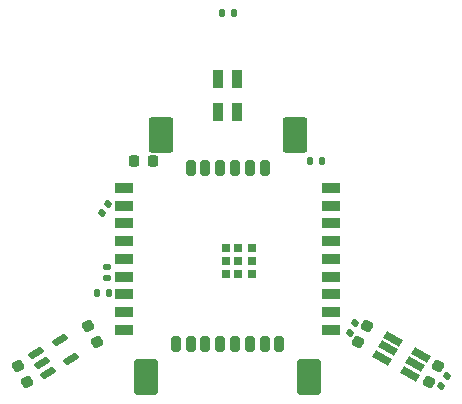
<source format=gbr>
%TF.GenerationSoftware,KiCad,Pcbnew,7.0.0-da2b9df05c~163~ubuntu22.04.1*%
%TF.CreationDate,2023-02-22T23:58:04+03:00*%
%TF.ProjectId,freeeeg16-alpha,66726565-6565-4673-9136-2d616c706861,rev?*%
%TF.SameCoordinates,Original*%
%TF.FileFunction,Paste,Top*%
%TF.FilePolarity,Positive*%
%FSLAX46Y46*%
G04 Gerber Fmt 4.6, Leading zero omitted, Abs format (unit mm)*
G04 Created by KiCad (PCBNEW 7.0.0-da2b9df05c~163~ubuntu22.04.1) date 2023-02-22 23:58:04*
%MOMM*%
%LPD*%
G01*
G04 APERTURE LIST*
G04 Aperture macros list*
%AMRoundRect*
0 Rectangle with rounded corners*
0 $1 Rounding radius*
0 $2 $3 $4 $5 $6 $7 $8 $9 X,Y pos of 4 corners*
0 Add a 4 corners polygon primitive as box body*
4,1,4,$2,$3,$4,$5,$6,$7,$8,$9,$2,$3,0*
0 Add four circle primitives for the rounded corners*
1,1,$1+$1,$2,$3*
1,1,$1+$1,$4,$5*
1,1,$1+$1,$6,$7*
1,1,$1+$1,$8,$9*
0 Add four rect primitives between the rounded corners*
20,1,$1+$1,$2,$3,$4,$5,0*
20,1,$1+$1,$4,$5,$6,$7,0*
20,1,$1+$1,$6,$7,$8,$9,0*
20,1,$1+$1,$8,$9,$2,$3,0*%
%AMRotRect*
0 Rectangle, with rotation*
0 The origin of the aperture is its center*
0 $1 length*
0 $2 width*
0 $3 Rotation angle, in degrees counterclockwise*
0 Add horizontal line*
21,1,$1,$2,0,0,$3*%
G04 Aperture macros list end*
%ADD10RoundRect,0.225000X-0.329006X0.069856X-0.104006X-0.319856X0.329006X-0.069856X0.104006X0.319856X0*%
%ADD11RotRect,1.560000X0.650000X150.000000*%
%ADD12RoundRect,0.225000X0.104006X-0.319856X0.329006X0.069856X-0.104006X0.319856X-0.329006X-0.069856X0*%
%ADD13RoundRect,0.140000X0.170000X-0.140000X0.170000X0.140000X-0.170000X0.140000X-0.170000X-0.140000X0*%
%ADD14RoundRect,0.140000X-0.077224X0.206244X-0.217224X-0.036244X0.077224X-0.206244X0.217224X0.036244X0*%
%ADD15RoundRect,0.135000X0.135000X0.185000X-0.135000X0.185000X-0.135000X-0.185000X0.135000X-0.185000X0*%
%ADD16RoundRect,0.150000X-0.368838X-0.386154X0.518838X0.126346X0.368838X0.386154X-0.518838X-0.126346X0*%
%ADD17RoundRect,0.225000X-0.225000X-0.250000X0.225000X-0.250000X0.225000X0.250000X-0.225000X0.250000X0*%
%ADD18RoundRect,0.140000X0.077224X-0.206244X0.217224X0.036244X-0.077224X0.206244X-0.217224X-0.036244X0*%
%ADD19RoundRect,0.200000X-0.200000X-0.450000X0.200000X-0.450000X0.200000X0.450000X-0.200000X0.450000X0*%
%ADD20RoundRect,0.241072X-0.771428X-1.258928X0.771428X-1.258928X0.771428X1.258928X-0.771428X1.258928X0*%
%ADD21RoundRect,0.200000X0.200000X0.450000X-0.200000X0.450000X-0.200000X-0.450000X0.200000X-0.450000X0*%
%ADD22RoundRect,0.250001X0.799999X1.249999X-0.799999X1.249999X-0.799999X-1.249999X0.799999X-1.249999X0*%
%ADD23RoundRect,0.225000X-0.104006X0.319856X-0.329006X-0.069856X0.104006X-0.319856X0.329006X0.069856X0*%
%ADD24RoundRect,0.135000X-0.135000X-0.185000X0.135000X-0.185000X0.135000X0.185000X-0.135000X0.185000X0*%
%ADD25R,0.875000X1.625000*%
%ADD26R,1.500000X0.900000*%
%ADD27R,0.700000X0.700000*%
G04 APERTURE END LIST*
D10*
%TO.C,C14*%
X-17786500Y-9361830D03*
X-17011500Y-10704170D03*
%TD*%
%TO.C,C15*%
X-11817500Y-5932830D03*
X-11042500Y-7275170D03*
%TD*%
D11*
%TO.C,U13*%
X15426133Y-10006723D03*
X15901133Y-9183999D03*
X16376133Y-8361275D03*
X14037865Y-7011275D03*
X13562865Y-7833999D03*
X13087865Y-8656723D03*
%TD*%
D12*
%TO.C,C29*%
X11042500Y-7275170D03*
X11817500Y-5932830D03*
%TD*%
D13*
%TO.C,C39*%
X-10210800Y-942400D03*
X-10210800Y-1902400D03*
%TD*%
D14*
%TO.C,C26*%
X18553400Y-10150708D03*
X18073400Y-10982092D03*
%TD*%
D15*
%TO.C,R9*%
X8003000Y8001000D03*
X6983000Y8001000D03*
%TD*%
D16*
%TO.C,U5*%
X-16192104Y-8255026D03*
X-15717104Y-9077750D03*
X-15242104Y-9900474D03*
X-13271896Y-8762974D03*
X-14221896Y-7117526D03*
%TD*%
D17*
%TO.C,C37*%
X-7887000Y8001000D03*
X-6337000Y8001000D03*
%TD*%
D15*
%TO.C,R7*%
X-10033000Y-3175000D03*
X-11053000Y-3175000D03*
%TD*%
D18*
%TO.C,C28*%
X10326400Y-6486292D03*
X10806400Y-5654908D03*
%TD*%
D19*
%TO.C,J5*%
X-4375000Y-7471000D03*
X-3125000Y-7471000D03*
X-1875000Y-7471000D03*
X-625000Y-7471000D03*
X625000Y-7471000D03*
X1875000Y-7471000D03*
X3125000Y-7471000D03*
X4375000Y-7471000D03*
D20*
X-6887500Y-10221000D03*
X6887500Y-10221000D03*
%TD*%
D21*
%TO.C,J6*%
X3125000Y7471000D03*
X1875000Y7471000D03*
X625000Y7471000D03*
X-625000Y7471000D03*
X-1875000Y7471000D03*
X-3125000Y7471000D03*
D22*
X5675000Y10221000D03*
X-5675000Y10221000D03*
%TD*%
D23*
%TO.C,C27*%
X17786500Y-9361830D03*
X17011500Y-10704170D03*
%TD*%
D24*
%TO.C,R1*%
X-492000Y20574000D03*
X528000Y20574000D03*
%TD*%
D25*
%TO.C,U2*%
X-787499Y14976499D03*
X-787499Y12201499D03*
X787499Y12201499D03*
X787499Y14976499D03*
%TD*%
D26*
%TO.C,U9*%
X-8749999Y5749999D03*
X-8749999Y4249999D03*
X-8749999Y2749999D03*
X-8749999Y1249999D03*
X-8749999Y-249999D03*
X-8749999Y-1749999D03*
X-8749999Y-3249999D03*
X-8749999Y-4749999D03*
X-8749999Y-6249999D03*
X8749999Y-6249999D03*
X8749999Y-4749999D03*
X8749999Y-3249999D03*
X8749999Y-1749999D03*
X8749999Y-249999D03*
X8749999Y1249999D03*
X8749999Y2749999D03*
X8749999Y4249999D03*
X8749999Y5749999D03*
D27*
X-139999Y649999D03*
X-139999Y-449999D03*
X-139999Y-1549999D03*
X909999Y649999D03*
X909999Y-449999D03*
X909999Y-1549999D03*
X2059999Y649999D03*
X2059999Y-449999D03*
X2059999Y-1549999D03*
%TD*%
D14*
%TO.C,C38*%
X-10123200Y4428892D03*
X-10603200Y3597508D03*
%TD*%
M02*

</source>
